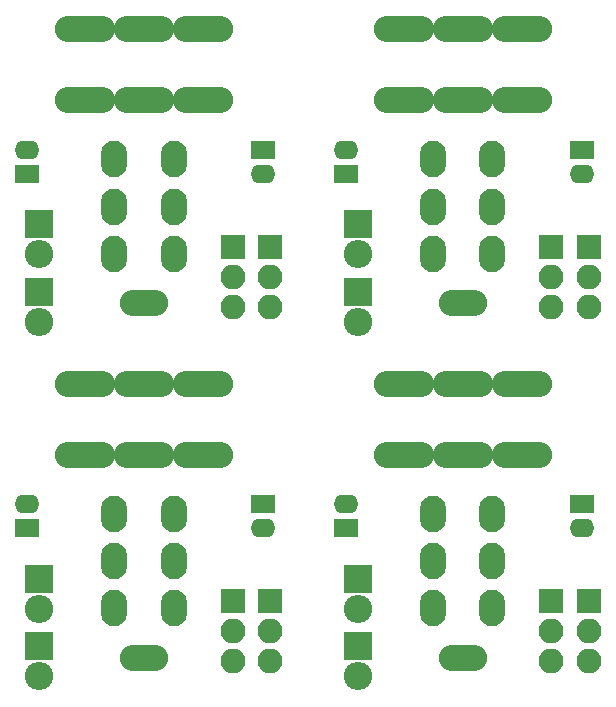
<source format=gts>
%MOIN*%
%OFA0B0*%
%FSLAX46Y46*%
%IPPOS*%
%LPD*%
%ADD10C,0.0039370078740157488*%
%ADD11O,0.20078740157480315X0.086614173228346469*%
%ADD12O,0.086614173228346469X0.12204724409448819*%
%ADD13O,0.16141732283464566X0.086614173228346469*%
%ADD14R,0.082677165354330714X0.062992125984251982*%
%ADD15O,0.082677165354330714X0.062992125984251982*%
%ADD16R,0.082677165354330714X0.082677165354330714*%
%ADD17O,0.082677165354330714X0.082677165354330714*%
%ADD18O,0.094448031496063X0.094448031496063*%
%ADD19R,0.094448031496063X0.094448031496063*%
%ADD30C,0.0039370078740157488*%
%ADD31O,0.20078740157480315X0.086614173228346469*%
%ADD32O,0.086614173228346469X0.12204724409448819*%
%ADD33O,0.16141732283464566X0.086614173228346469*%
%ADD34R,0.082677165354330714X0.062992125984251982*%
%ADD35O,0.082677165354330714X0.062992125984251982*%
%ADD36R,0.082677165354330714X0.082677165354330714*%
%ADD37O,0.082677165354330714X0.082677165354330714*%
%ADD38O,0.094448031496063X0.094448031496063*%
%ADD39R,0.094448031496063X0.094448031496063*%
%ADD50C,0.0039370078740157488*%
%ADD51O,0.20078740157480315X0.086614173228346469*%
%ADD52O,0.086614173228346469X0.12204724409448819*%
%ADD53O,0.16141732283464566X0.086614173228346469*%
%ADD54R,0.082677165354330714X0.062992125984251982*%
%ADD55O,0.082677165354330714X0.062992125984251982*%
%ADD56R,0.082677165354330714X0.082677165354330714*%
%ADD57O,0.082677165354330714X0.082677165354330714*%
%ADD58O,0.094448031496063X0.094448031496063*%
%ADD59R,0.094448031496063X0.094448031496063*%
%ADD70C,0.0039370078740157488*%
%ADD71O,0.20078740157480315X0.086614173228346469*%
%ADD72O,0.086614173228346469X0.12204724409448819*%
%ADD73O,0.16141732283464566X0.086614173228346469*%
%ADD74R,0.082677165354330714X0.062992125984251982*%
%ADD75O,0.082677165354330714X0.062992125984251982*%
%ADD76R,0.082677165354330714X0.082677165354330714*%
%ADD77O,0.082677165354330714X0.082677165354330714*%
%ADD78O,0.094448031496063X0.094448031496063*%
%ADD79R,0.094448031496063X0.094448031496063*%
%LPD*%
G01*
D10*
D11*
X-0004133858Y0003858267D02*
X0000688976Y0001039369D03*
X0000492125Y0001039369D03*
X0000295275Y0001039369D03*
X0000688976Y0000803149D03*
X0000492125Y0000803149D03*
X0000295275Y0000803149D03*
D12*
X0000393700Y0000606299D03*
X0000393700Y0000448818D03*
X0000393700Y0000291338D03*
X0000590551Y0000606299D03*
X0000590551Y0000448818D03*
X0000590551Y0000291338D03*
D13*
X0000492125Y0000125984D03*
D14*
X0000102362Y0000559055D03*
D15*
X0000102362Y0000637795D03*
D16*
X0000913385Y0000314960D03*
D17*
X0000913385Y0000214960D03*
X0000913385Y0000114960D03*
D14*
X0000889763Y0000637795D03*
D15*
X0000889763Y0000559055D03*
D16*
X0000787401Y0000314960D03*
D17*
X0000787401Y0000214960D03*
X0000787401Y0000114960D03*
D18*
X0000141732Y0000289763D03*
D19*
X0000141732Y0000389763D03*
D18*
X0000141732Y0000065353D03*
D19*
X0000141732Y0000165354D03*
G01*
D30*
D31*
X-0003070866Y0003858267D02*
X0001751968Y0001039369D03*
X0001555118Y0001039369D03*
X0001358267Y0001039369D03*
X0001751968Y0000803149D03*
X0001555118Y0000803149D03*
X0001358267Y0000803149D03*
D32*
X0001456692Y0000606299D03*
X0001456692Y0000448818D03*
X0001456692Y0000291338D03*
X0001653542Y0000606299D03*
X0001653542Y0000448818D03*
X0001653542Y0000291338D03*
D33*
X0001555118Y0000125984D03*
D34*
X0001165354Y0000559055D03*
D35*
X0001165354Y0000637795D03*
D36*
X0001976377Y0000314960D03*
D37*
X0001976377Y0000214960D03*
X0001976377Y0000114960D03*
D34*
X0001952755Y0000637795D03*
D35*
X0001952755Y0000559055D03*
D36*
X0001850393Y0000314960D03*
D37*
X0001850393Y0000214960D03*
X0001850393Y0000114960D03*
D38*
X0001204724Y0000289763D03*
D39*
X0001204724Y0000389763D03*
D38*
X0001204724Y0000065353D03*
D39*
X0001204724Y0000165354D03*
G04 next file*
%LPD*%
G01*
D50*
D51*
X-0004133858Y0005039370D02*
X0000688976Y0002220472D03*
X0000492125Y0002220472D03*
X0000295275Y0002220472D03*
X0000688976Y0001984251D03*
X0000492125Y0001984251D03*
X0000295275Y0001984251D03*
D52*
X0000393700Y0001787401D03*
X0000393700Y0001629921D03*
X0000393700Y0001472440D03*
X0000590551Y0001787401D03*
X0000590551Y0001629921D03*
X0000590551Y0001472440D03*
D53*
X0000492125Y0001307086D03*
D54*
X0000102362Y0001740157D03*
D55*
X0000102362Y0001818897D03*
D56*
X0000913385Y0001496062D03*
D57*
X0000913385Y0001396062D03*
X0000913385Y0001296062D03*
D54*
X0000889763Y0001818897D03*
D55*
X0000889763Y0001740157D03*
D56*
X0000787401Y0001496062D03*
D57*
X0000787401Y0001396062D03*
X0000787401Y0001296062D03*
D58*
X0000141732Y0001470866D03*
D59*
X0000141732Y0001570866D03*
D58*
X0000141732Y0001246456D03*
D59*
X0000141732Y0001346456D03*
G04 next file*
G04 #@! TF.FileFunction,Soldermask,Top*
G04 Gerber Fmt 4.6, Leading zero omitted, Abs format (unit mm)*
G04 Created by KiCad (PCBNEW 4.0.7) date 04/30/18 06:53:42*
G01*
G04 APERTURE LIST*
G04 APERTURE END LIST*
D70*
D71*
X-0003070866Y0005039370D02*
X0001751968Y0002220472D03*
X0001555118Y0002220472D03*
X0001358267Y0002220472D03*
X0001751968Y0001984251D03*
X0001555118Y0001984251D03*
X0001358267Y0001984251D03*
D72*
X0001456692Y0001787401D03*
X0001456692Y0001629921D03*
X0001456692Y0001472440D03*
X0001653542Y0001787401D03*
X0001653542Y0001629921D03*
X0001653542Y0001472440D03*
D73*
X0001555118Y0001307086D03*
D74*
X0001165354Y0001740157D03*
D75*
X0001165354Y0001818897D03*
D76*
X0001976377Y0001496062D03*
D77*
X0001976377Y0001396062D03*
X0001976377Y0001296062D03*
D74*
X0001952755Y0001818897D03*
D75*
X0001952755Y0001740157D03*
D76*
X0001850393Y0001496062D03*
D77*
X0001850393Y0001396062D03*
X0001850393Y0001296062D03*
D78*
X0001204724Y0001470866D03*
D79*
X0001204724Y0001570866D03*
D78*
X0001204724Y0001246456D03*
D79*
X0001204724Y0001346456D03*
M02*
</source>
